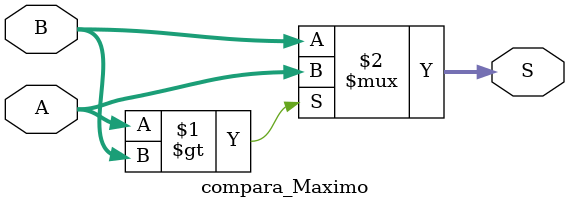
<source format=v>
module compara_Maximo  (A,B,S);
input [7:0] A,B;
output [7:0] S;
assign S =(A>B)?A:B;
endmodule

</source>
